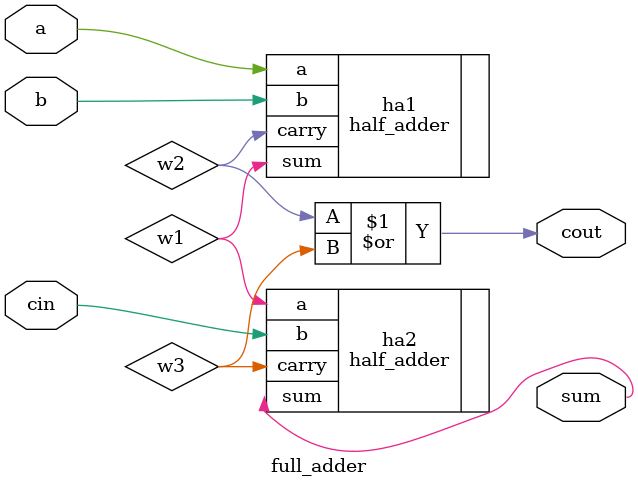
<source format=v>
module full_adder (a, b, cin, cout, sum);

input a, b, cin;
output sum, cout;
wire w1, w2, w3;

half_adder ha1(.a(a), .b(b), .sum(w1), .carry(w2));
half_adder ha2(.a(w1), .b(cin), .sum(sum), .carry(w3));

assign cout = w2|w3;

endmodule 
</source>
